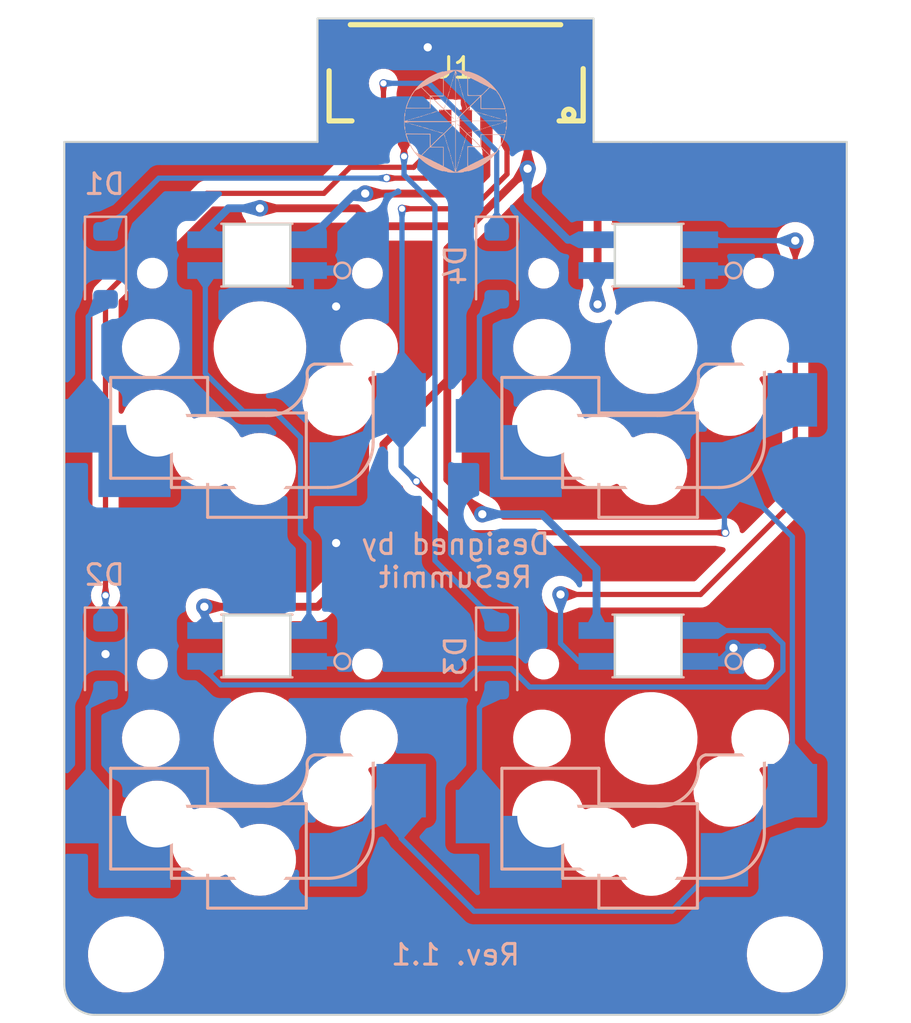
<source format=kicad_pcb>
(kicad_pcb (version 20221018) (generator pcbnew)
  (layers (0 "F.Cu" signal) (31 "B.Cu" signal) (34 "B.Paste" user) (35 "F.Paste" user) (36 "B.SilkS" user "B.Silkscreen") (37 "F.SilkS" user "F.Silkscreen") (38 "B.Mask" user) (39 "F.Mask" user) (44 "Edge.Cuts" user))
  (net 0 "")
  (net 1 "Net-(D1-A)")
  (net 2 "Net-(D2-A)")
  (net 3 "Net-(D3-A)")
  (net 4 "Net-(D4-A)")
  (net 5 "Net-(SW1B-DOUT)")
  (net 6 "GND")
  (net 7 "Net-(SW2B-DOUT)")
  (net 8 "Net-(SW3B-DOUT)")
  (net 9 "/Row1")
  (net 10 "/Row2")
  (net 11 "/Row3")
  (net 12 "/Row4")
  (net 13 "/RGB_In")
  (net 14 "/Col_In")
  (net 15 "/V+")
  (net 16 "/RGB_Out")
  (footprint "Seismos-libs:Hole_M3_3.2mm" (layer "F.Cu") (at 40.5 70.5)
    (fp_text reference "REF**")
    (fp_text value "Hole_M3_3.2mm")
    (pad "" np_thru_hole circle (at 0 0) (size 3.2 3.2) (drill 3.2) (layers "F&B.Cu" "*.Mask"))
  )
  (footprint "Seismos-libs:CONN-SMD_10P-P1.00_SM10B-SRSS-TB-LF-SN" (layer "F.Cu") (at 56.5 26.4 180)
    (fp_text reference "J1" (at 0 -1 180) (layer "F.SilkS"))
    (fp_text value "SM10B-SRSS-TB(LF)(SN)")
    (pad "1" smd rect (at -4.5 -3.886 180) (size 0.6 1.7) (layers "F.Cu" "F.Paste" "F.Mask") (net 16 "/RGB_Out"))
    (pad "2" smd rect (at -3.5 -3.886 180) (size 0.6 1.7) (layers "F.Cu" "F.Paste" "F.Mask") (net 15 "/V+"))
    (pad "3" smd rect (at -2.5 -3.885 180) (size 0.6 1.7) (layers "F.Cu" "F.Paste" "F.Mask") (net 14 "/Col_In"))
    (pad "4" smd rect (at -1.5 -3.885 180) (size 0.6 1.7) (layers "F.Cu" "F.Paste" "F.Mask") (net 13 "/RGB_In"))
    (pad "5" smd rect (at -0.5 -3.885 180) (size 0.6 1.7) (layers "F.Cu" "F.Paste" "F.Mask") (net 6 "GND"))
    (pad "6" smd rect (at 0.5 -3.885 180) (size 0.6 1.7) (layers "F.Cu" "F.Paste" "F.Mask") (net 9 "/Row1"))
    (pad "7" smd rect (at 1.5 -3.885 180) (size 0.6 1.7) (layers "F.Cu" "F.Paste" "F.Mask") (net 10 "/Row2"))
    (pad "8" smd rect (at 2.5 -3.885 180) (size 0.6 1.7) (layers "F.Cu" "F.Paste" "F.Mask") (net 11 "/Row3"))
    (pad "9" smd rect (at 3.5 -3.885 180) (size 0.6 1.7) (layers "F.Cu" "F.Paste" "F.Mask") (net 12 "/Row4"))
    (pad "10" smd rect (at 4.5 -3.885 180) (size 0.6 1.7) (layers "F.Cu" "F.Paste" "F.Mask"))
    (pad "S1" smd rect (at -5.8 -0.01 180) (size 1.2 1.8) (layers "F.Cu" "F.Paste" "F.Mask") (net 6 "GND"))
    (pad "S2" smd rect (at 5.8 -0.01 180) (size 1.2 1.8) (layers "F.Cu" "F.Paste" "F.Mask") (net 6 "GND"))
  )
  (footprint "Seismos-libs:Hole_M3_3.2mm" (layer "F.Cu") (at 72.5 70.5)
    (fp_text reference "REF**")
    (fp_text value "Hole_M3_3.2mm")
    (pad "" np_thru_hole circle (at 0 0) (size 3.2 3.2) (drill 3.2) (layers "F&B.Cu" "*.Mask"))
  )
  (footprint "Diode_SMD:D_SOD-123" (layer "B.Cu") (at 39.5 56 -90)
    (fp_text reference "D2" (at -3.95 0.05 -180) (layer "B.SilkS") (effects (justify mirror)))
    (fp_text value "1N4148W" hide)
    (pad "1" smd roundrect (at -1.65 0 270) (size 0.9 1.2) (layers "B.Cu" "B.Paste" "B.Mask") (net 10 "/Row2"))
    (pad "2" smd roundrect (at 1.65 0 270) (size 0.9 1.2) (layers "B.Cu" "B.Paste" "B.Mask") (net 2 "Net-(D2-A)"))
  )
  (footprint "Diode_SMD:D_SOD-123" (layer "B.Cu") (at 58.5 37 -90)
    (fp_text reference "D4" (at 0 2 -90) (layer "B.SilkS") (effects (justify mirror)))
    (fp_text value "1N4148W" hide)
    (pad "1" smd roundrect (at -1.65 0 270) (size 0.9 1.2) (layers "B.Cu" "B.Paste" "B.Mask") (net 12 "/Row4"))
    (pad "2" smd roundrect (at 1.65 0 270) (size 0.9 1.2) (layers "B.Cu" "B.Paste" "B.Mask") (net 4 "Net-(D4-A)"))
  )
  (footprint "Seismos-libs:Switch_SK6812-E_Diode" (layer "B.Cu") (at 47 60 180)
    (fp_text reference "SW2" (at -0.142 0.388 unlocked) (layer "B.SilkS") (effects (justify mirror)))
    (fp_text value "Switch_SK6812-E_Diode")
    (fp_rect (start 1.762 5.9914) (end -1.478 3.0046) (stroke (width 0.12)) (fill none) (layer "Edge.Cuts"))
    (pad "" np_thru_hole circle (at -5.3 0 180) (size 2.3 2.3) (drill 2.3) (layers "*.Cu" "*.Mask"))
    (pad "" np_thru_hole circle (at -5.22 3.6158 180) (size 1 1) (drill 1) (layers "*.Cu" "*.Mask"))
    (pad "" np_thru_hole circle (at -3.81 -2.54 180) (size 3 3) (drill 3) (layers "*.Cu" "*.Mask"))
    (pad "" np_thru_hole circle (at 0 -5.9 180) (size 3 3) (drill 3) (layers "*.Cu" "*.Mask"))
    (pad "" np_thru_hole circle (at 0 0 180) (size 4 4) (drill 4) (layers "*.Cu" "*.Mask"))
    (pad "" np_thru_hole circle (at 2.54 -5.08 180) (size 3 3) (drill 3) (layers "*.Cu" "*.Mask"))
    (pad "" np_thru_hole circle (at 5 -3.8 180) (size 3 3) (drill 3) (layers "*.Cu" "*.Mask"))
    (pad "" np_thru_hole circle (at 5.22 3.6158 180) (size 1 1) (drill 1) (layers "*.Cu" "*.Mask"))
    (pad "" np_thru_hole circle (at 5.3 0 180) (size 2.3 2.3) (drill 2.3) (layers "*.Cu" "*.Mask"))
    (pad "+1" smd rect (at 2.6519 5.2451 180) (size 1.75 0.8128) (layers "B.Cu" "B.Paste" "B.Mask") (net 15 "/V+"))
    (pad "CHOC1" smd rect (at 8.34 -3.8 180) (size 2.3 2.6) (layers "B.Cu" "B.Paste" "B.Mask") (net 2 "Net-(D2-A)"))
    (pad "CHOC2" smd rect (at -3.56 -5.9 180) (size 2.3 2.6) (layers "B.Cu" "B.Paste" "B.Mask") (net 14 "/Col_In"))
    (pad "DI1" smd rect (at -2.378 5.2451 180) (size 1.75 0.8128) (layers "B.Cu" "B.Paste" "B.Mask") (net 5 "Net-(SW1B-DOUT)"))
    (pad "DO1" smd rect (at 2.6519 3.7465 180) (size 1.75 0.8128) (layers "B.Cu" "B.Paste" "B.Mask") (net 7 "Net-(SW2B-DOUT)"))
    (pad "GND" smd rect (at -2.378 3.7465 180) (size 1.75 0.8128) (layers "B.Cu" "B.Paste" "B.Mask") (net 6 "GND"))
    (pad "MX1" smd rect (at 6.09 -5.515 180) (size 3.5 3.5) (layers "B.Cu" "B.Paste" "B.Mask") (net 2 "Net-(D2-A)"))
    (pad "MX2" smd rect (at -6.86 -2.54 180) (size 2.4 2.6) (layers "B.Cu" "B.Paste" "B.Mask") (net 14 "/Col_In"))
  )
  (footprint "Seismos-libs:Switch_SK6812-E_Diode" (layer "B.Cu") (at 47 41 180)
    (fp_text reference "SW1" (at -0.142 0.388 unlocked) (layer "B.SilkS") (effects (justify mirror)))
    (fp_text value "Switch_SK6812-E_Diode")
    (fp_rect (start 1.762 5.9914) (end -1.478 3.0046) (stroke (width 0.12)) (fill none) (layer "Edge.Cuts"))
    (pad "" np_thru_hole circle (at -5.3 0 180) (size 2.3 2.3) (drill 2.3) (layers "*.Cu" "*.Mask"))
    (pad "" np_thru_hole circle (at -5.22 3.6158 180) (size 1 1) (drill 1) (layers "*.Cu" "*.Mask"))
    (pad "" np_thru_hole circle (at -3.81 -2.54 180) (size 3 3) (drill 3) (layers "*.Cu" "*.Mask"))
    (pad "" np_thru_hole circle (at 0 -5.9 180) (size 3 3) (drill 3) (layers "*.Cu" "*.Mask"))
    (pad "" np_thru_hole circle (at 0 0 180) (size 4 4) (drill 4) (layers "*.Cu" "*.Mask"))
    (pad "" np_thru_hole circle (at 2.54 -5.08 180) (size 3 3) (drill 3) (layers "*.Cu" "*.Mask"))
    (pad "" np_thru_hole circle (at 5 -3.8 180) (size 3 3) (drill 3) (layers "*.Cu" "*.Mask"))
    (pad "" np_thru_hole circle (at 5.22 3.6158 180) (size 1 1) (drill 1) (layers "*.Cu" "*.Mask"))
    (pad "" np_thru_hole circle (at 5.3 0 180) (size 2.3 2.3) (drill 2.3) (layers "*.Cu" "*.Mask"))
    (pad "+1" smd rect (at 2.6519 5.2451 180) (size 1.75 0.8128) (layers "B.Cu" "B.Paste" "B.Mask") (net 15 "/V+"))
    (pad "CHOC1" smd rect (at 8.34 -3.8 180) (size 2.3 2.6) (layers "B.Cu" "B.Paste" "B.Mask") (net 1 "Net-(D1-A)"))
    (pad "CHOC2" smd rect (at -3.56 -5.9 180) (size 2.3 2.6) (layers "B.Cu" "B.Paste" "B.Mask") (net 14 "/Col_In"))
    (pad "DI1" smd rect (at -2.378 5.2451 180) (size 1.75 0.8128) (layers "B.Cu" "B.Paste" "B.Mask") (net 13 "/RGB_In"))
    (pad "DO1" smd rect (at 2.6519 3.7465 180) (size 1.75 0.8128) (layers "B.Cu" "B.Paste" "B.Mask") (net 5 "Net-(SW1B-DOUT)"))
    (pad "GND" smd rect (at -2.378 3.7465 180) (size 1.75 0.8128) (layers "B.Cu" "B.Paste" "B.Mask") (net 6 "GND"))
    (pad "MX1" smd rect (at 6.09 -5.515 180) (size 3.5 3.5) (layers "B.Cu" "B.Paste" "B.Mask") (net 1 "Net-(D1-A)"))
    (pad "MX2" smd rect (at -6.86 -2.54 180) (size 2.4 2.6) (layers "B.Cu" "B.Paste" "B.Mask") (net 14 "/Col_In"))
  )
  (footprint "Seismos-libs:Switch_SK6812-E_Diode" (layer "B.Cu") (at 66 60 180)
    (fp_text reference "SW3" (at -0.142 0.388 unlocked) (layer "B.SilkS") (effects (justify mirror)))
    (fp_text value "Switch_SK6812-E_Diode")
    (fp_rect (start 1.762 5.9914) (end -1.478 3.0046) (stroke (width 0.12)) (fill none) (layer "Edge.Cuts"))
    (pad "" np_thru_hole circle (at -5.3 0 180) (size 2.3 2.3) (drill 2.3) (layers "*.Cu" "*.Mask"))
    (pad "" np_thru_hole circle (at -5.22 3.6158 180) (size 1 1) (drill 1) (layers "*.Cu" "*.Mask"))
    (pad "" np_thru_hole circle (at -3.81 -2.54 180) (size 3 3) (drill 3) (layers "*.Cu" "*.Mask"))
    (pad "" np_thru_hole circle (at 0 -5.9 180) (size 3 3) (drill 3) (layers "*.Cu" "*.Mask"))
    (pad "" np_thru_hole circle (at 0 0 180) (size 4 4) (drill 4) (layers "*.Cu" "*.Mask"))
    (pad "" np_thru_hole circle (at 2.54 -5.08 180) (size 3 3) (drill 3) (layers "*.Cu" "*.Mask"))
    (pad "" np_thru_hole circle (at 5 -3.8 180) (size 3 3) (drill 3) (layers "*.Cu" "*.Mask"))
    (pad "" np_thru_hole circle (at 5.22 3.6158 180) (size 1 1) (drill 1) (layers "*.Cu" "*.Mask"))
    (pad "" np_thru_hole circle (at 5.3 0 180) (size 2.3 2.3) (drill 2.3) (layers "*.Cu" "*.Mask"))
    (pad "+1" smd rect (at 2.6519 5.2451 180) (size 1.75 0.8128) (layers "B.Cu" "B.Paste" "B.Mask") (net 15 "/V+"))
    (pad "CHOC1" smd rect (at 8.34 -3.8 180) (size 2.3 2.6) (layers "B.Cu" "B.Paste" "B.Mask") (net 3 "Net-(D3-A)"))
    (pad "CHOC2" smd rect (at -3.56 -5.9 180) (size 2.3 2.6) (layers "B.Cu" "B.Paste" "B.Mask") (net 14 "/Col_In"))
    (pad "DI1" smd rect (at -2.378 5.2451 180) (size 1.75 0.8128) (layers "B.Cu" "B.Paste" "B.Mask") (net 7 "Net-(SW2B-DOUT)"))
    (pad "DO1" smd rect (at 2.6519 3.7465 180) (size 1.75 0.8128) (layers "B.Cu" "B.Paste" "B.Mask") (net 8 "Net-(SW3B-DOUT)"))
    (pad "GND" smd rect (at -2.378 3.7465 180) (size 1.75 0.8128) (layers "B.Cu" "B.Paste" "B.Mask") (net 6 "GND"))
    (pad "MX1" smd rect (at 6.09 -5.515 180) (size 3.5 3.5) (layers "B.Cu" "B.Paste" "B.Mask") (net 3 "Net-(D3-A)"))
    (pad "MX2" smd rect (at -6.86 -2.54 180) (size 2.4 2.6) (layers "B.Cu" "B.Paste" "B.Mask") (net 14 "/Col_In"))
  )
  (footprint "Diode_SMD:D_SOD-123" (layer "B.Cu") (at 39.5 37 -90)
    (fp_text reference "D1" (at -3.95 0.05 -180) (layer "B.SilkS") (effects (justify mirror)))
    (fp_text value "1N4148W" hide)
    (pad "1" smd roundrect (at -1.65 0 270) (size 0.9 1.2) (layers "B.Cu" "B.Paste" "B.Mask") (net 9 "/Row1"))
    (pad "2" smd roundrect (at 1.65 0 270) (size 0.9 1.2) (layers "B.Cu" "B.Paste" "B.Mask") (net 1 "Net-(D1-A)"))
  )
  (footprint "Seismos-libs:Switch_SK6812-E_Diode" (layer "B.Cu") (at 66 41 180)
    (fp_text reference "SW4" (at -0.142 0.388 unlocked) (layer "B.SilkS") (effects (justify mirror)))
    (fp_text value "Switch_SK6812-E_Diode")
    (fp_rect (start 1.762 5.9914) (end -1.478 3.0046) (stroke (width 0.12)) (fill none) (layer "Edge.Cuts"))
    (pad "" np_thru_hole circle (at -5.3 0 180) (size 2.3 2.3) (drill 2.3) (layers "*.Cu" "*.Mask"))
    (pad "" np_thru_hole circle (at -5.22 3.6158 180) (size 1 1) (drill 1) (layers "*.Cu" "*.Mask"))
    (pad "" np_thru_hole circle (at -3.81 -2.54 180) (size 3 3) (drill 3) (layers "*.Cu" "*.Mask"))
    (pad "" np_thru_hole circle (at 0 -5.9 180) (size 3 3) (drill 3) (layers "*.Cu" "*.Mask"))
    (pad "" np_thru_hole circle (at 0 0 180) (size 4 4) (drill 4) (layers "*.Cu" "*.Mask"))
    (pad "" np_thru_hole circle (at 2.54 -5.08 180) (size 3 3) (drill 3) (layers "*.Cu" "*.Mask"))
    (pad "" np_thru_hole circle (at 5 -3.8 180) (size 3 3) (drill 3) (layers "*.Cu" "*.Mask"))
    (pad "" np_thru_hole circle (at 5.22 3.6158 180) (size 1 1) (drill 1) (layers "*.Cu" "*.Mask"))
    (pad "" np_thru_hole circle (at 5.3 0 180) (size 2.3 2.3) (drill 2.3) (layers "*.Cu" "*.Mask"))
    (pad "+1" smd rect (at 2.6519 5.2451 180) (size 1.75 0.8128) (layers "B.Cu" "B.Paste" "B.Mask") (net 15 "/V+"))
    (pad "CHOC1" smd rect (at 8.34 -3.8 180) (size 2.3 2.6) (layers "B.Cu" "B.Paste" "B.Mask") (net 4 "Net-(D4-A)"))
    (pad "CHOC2" smd rect (at -3.56 -5.9 180) (size 2.3 2.6) (layers "B.Cu" "B.Paste" "B.Mask") (net 14 "/Col_In"))
    (pad "DI1" smd rect (at -2.378 5.2451 180) (size 1.75 0.8128) (layers "B.Cu" "B.Paste" "B.Mask") (net 8 "Net-(SW3B-DOUT)"))
    (pad "DO1" smd rect (at 2.6519 3.7465 180) (size 1.75 0.8128) (layers "B.Cu" "B.Paste" "B.Mask") (net 16 "/RGB_Out"))
    (pad "GND" smd rect (at -2.378 3.7465 180) (size 1.75 0.8128) (layers "B.Cu" "B.Paste" "B.Mask") (net 6 "GND"))
    (pad "MX1" smd rect (at 6.09 -5.515 180) (size 3.5 3.5) (layers "B.Cu" "B.Paste" "B.Mask") (net 4 "Net-(D4-A)"))
    (pad "MX2" smd rect (at -6.86 -2.54 180) (size 2.4 2.6) (layers "B.Cu" "B.Paste" "B.Mask") (net 14 "/Col_In"))
  )
  (footprint "Seismos-libs:ReSummit_Logo" (layer "B.Cu") (at 56.5 30 180)
    (fp_text reference "G***" hide)
    (fp_text value "LOGO" hide)
  )
  (footprint "Diode_SMD:D_SOD-123" (layer "B.Cu") (at 58.5 56 -90)
    (fp_text reference "D3" (at 0 2 -90) (layer "B.SilkS") (effects (justify mirror)))
    (fp_text value "1N4148W" hide)
    (pad "1" smd roundrect (at -1.65 0 270) (size 0.9 1.2) (layers "B.Cu" "B.Paste" "B.Mask") (net 11 "/Row3"))
    (pad "2" smd roundrect (at 1.65 0 270) (size 0.9 1.2) (layers "B.Cu" "B.Paste" "B.Mask") (net 3 "Net-(D3-A)"))
  )
  (gr_line (start 37.5 71.93934) (end 37.5 31) (stroke (width 0.1)) (layer "Edge.Cuts"))
  (gr_line (start 74 73.43934) (end 39 73.43934) (stroke (width 0.1)) (layer "Edge.Cuts"))
  (gr_arc (start 39 73.43934) (mid 37.939326 73.000003) (end 37.5 71.93934) (stroke (width 0.1)) (layer "Edge.Cuts"))
  (gr_line (start 49.8 25) (end 49.8 31) (stroke (width 0.1)) (layer "Edge.Cuts"))
  (gr_line (start 47 31) (end 49.8 31) (stroke (width 0.1)) (layer "Edge.Cuts"))
  (gr_line (start 66 31) (end 63.2 31) (stroke (width 0.1)) (layer "Edge.Cuts"))
  (gr_line (start 47 31) (end 37.5 31) (stroke (width 0.1)) (layer "Edge.Cuts"))
  (gr_line (start 66 31) (end 75.5 31) (stroke (width 0.1)) (layer "Edge.Cuts"))
  (gr_arc (start 75.5 71.93934) (mid 75.060646 72.999974) (end 74 73.43934) (stroke (width 0.1)) (layer "Edge.Cuts"))
  (gr_line (start 75.5 31) (end 75.5 71.93934) (stroke (width 0.1)) (layer "Edge.Cuts"))
  (gr_line (start 63.2 31) (end 63.2 25) (stroke (width 0.1)) (layer "Edge.Cuts"))
  (gr_line (start 49.8 25) (end 63.2 25) (stroke (width 0.1)) (layer "Edge.Cuts"))
  (gr_text "Rev. 1.1" (at 56.5 71.1) (layer "B.SilkS") (effects (font (size 1 1)) (justify bottom mirror)))
  (gr_text "Designed by\nReSummit" (at 56.5 52.75) (layer "B.SilkS") (effects (font (size 1 1)) (justify bottom mirror)))
  (segment (start 38.66 39.49) (end 39.5 38.65) (width 0.254) (layer "B.Cu") (net 1))
  (segment (start 38.66 44.8) (end 38.66 39.49) (width 0.254) (layer "B.Cu") (net 1))
  (segment (start 38.66 58.49) (end 39.5 57.65) (width 0.254) (layer "B.Cu") (net 2))
  (segment (start 38.66 63.8) (end 38.66 58.49) (width 0.254) (layer "B.Cu") (net 2))
  (segment (start 57.66 63.8) (end 57.66 58.49) (width 0.254) (layer "B.Cu") (net 3))
  (segment (start 57.66 58.49) (end 58.5 57.65) (width 0.254) (layer "B.Cu") (net 3))
  (segment (start 57.66 39.49) (end 58.5 38.65) (width 0.254) (layer "B.Cu") (net 4))
  (segment (start 57.66 44.8) (end 57.66 39.49) (width 0.254) (layer "B.Cu") (net 4))
  (segment (start 49.378 50.478) (end 48.9716 50.0716) (width 0.254) (layer "B.Cu") (net 5))
  (segment (start 48.9716 50.0716) (end 48.9716 45.3716) (width 0.254) (layer "B.Cu") (net 5))
  (segment (start 44.3481 42.2481) (end 44.3481 37.2535) (width 0.254) (layer "B.Cu") (net 5))
  (segment (start 48.9716 45.3716) (end 47.7 44.1) (width 0.254) (layer "B.Cu") (net 5))
  (segment (start 49.378 54.7549) (end 49.378 50.478) (width 0.254) (layer "B.Cu") (net 5))
  (segment (start 46.2 44.1) (end 44.3481 42.2481) (width 0.254) (layer "B.Cu") (net 5))
  (segment (start 47.7 44.1) (end 46.2 44.1) (width 0.254) (layer "B.Cu") (net 5))
  (segment (start 51.2 26.4) (end 61.8 26.4) (width 0.381) (layer "F.Cu") (net 6))
  (segment (start 57 28.25) (end 57 30.285) (width 0.381) (layer "F.Cu") (net 6))
  (segment (start 55.15 26.4) (end 57 28.25) (width 0.381) (layer "F.Cu") (net 6))
  (via (at 50.7 39) (size 0.8) (drill 0.4) (layers "F.Cu" "B.Cu") (net 6))
  (via (at 39.5 55.9) (size 0.8) (drill 0.4) (layers "F.Cu" "B.Cu") (net 6))
  (via (at 50.7 50.5) (size 0.8) (drill 0.4) (layers "F.Cu" "B.Cu") (net 6))
  (via (at 70 55.6) (size 0.8) (drill 0.4) (layers "F.Cu" "B.Cu") (net 6))
  (via (at 55.15 26.4) (size 0.8) (drill 0.4) (layers "F.Cu" "B.Cu") (net 6))
  (segment (start 69.3465 56.2535) (end 70 55.6) (width 0.381) (layer "B.Cu") (net 6))
  (segment (start 68.378 56.2535) (end 69.3465 56.2535) (width 0.381) (layer "B.Cu") (net 6))
  (segment (start 57.6 56.6) (end 59.2 56.6) (width 0.254) (layer "B.Cu") (net 7))
  (segment (start 71.7549 54.7549) (end 68.378 54.7549) (width 0.254) (layer "B.Cu") (net 7))
  (segment (start 60.1 57.5) (end 71.6 57.5) (width 0.254) (layer "B.Cu") (net 7))
  (segment (start 45.0882 57.4) (end 56.8 57.4) (width 0.254) (layer "B.Cu") (net 7))
  (segment (start 71.6 57.5) (end 72.4 56.7) (width 0.254) (layer "B.Cu") (net 7))
  (segment (start 56.8 57.4) (end 57.6 56.6) (width 0.254) (layer "B.Cu") (net 7))
  (segment (start 72.4 56.7) (end 72.4 55.4) (width 0.254) (layer "B.Cu") (net 7))
  (segment (start 72.4 55.4) (end 71.7549 54.7549) (width 0.254) (layer "B.Cu") (net 7))
  (segment (start 44.3481 56.2535) (end 44.3481 56.6599) (width 0.254) (layer "B.Cu") (net 7))
  (segment (start 59.2 56.6) (end 60.1 57.5) (width 0.254) (layer "B.Cu") (net 7))
  (segment (start 44.3481 56.6599) (end 45.0882 57.4) (width 0.254) (layer "B.Cu") (net 7))
  (segment (start 68.4 53) (end 61.6 53) (width 0.254) (layer "F.Cu") (net 8))
  (segment (start 73 35.8) (end 73 48.4) (width 0.254) (layer "F.Cu") (net 8))
  (segment (start 73 48.4) (end 68.4 53) (width 0.254) (layer "F.Cu") (net 8))
  (via (at 61.6 53) (size 0.8) (drill 0.4) (layers "F.Cu" "B.Cu") (net 8))
  (via (at 73 35.8) (size 0.8) (drill 0.4) (layers "F.Cu" "B.Cu") (net 8))
  (segment (start 61.6 55.3804) (end 62.4731 56.2535) (width 0.254) (layer "B.Cu") (net 8))
  (segment (start 68.378 35.7549) (end 69.253 35.7549) (width 0.254) (layer "B.Cu") (net 8))
  (segment (start 69.2981 35.8) (end 73 35.8) (width 0.254) (layer "B.Cu") (net 8))
  (segment (start 61.6 53) (end 61.6 55.3804) (width 0.254) (layer "B.Cu") (net 8))
  (segment (start 62.4731 56.2535) (end 63.3481 56.2535) (width 0.254) (layer "B.Cu") (net 8))
  (segment (start 69.253 35.7549) (end 69.2981 35.8) (width 0.254) (layer "B.Cu") (net 8))
  (segment (start 55.089631 32.760369) (end 56 31.85) (width 0.254) (layer "F.Cu") (net 9))
  (segment (start 53.15 32.760369) (end 55.089631 32.760369) (width 0.254) (layer "F.Cu") (net 9))
  (segment (start 56 31.85) (end 56 30.285) (width 0.254) (layer "F.Cu") (net 9))
  (via (at 53.15 32.760369) (size 0.4) (drill 0.3) (layers "F.Cu" "B.Cu") (net 9))
  (segment (start 53.15 32.760369) (end 42.089631 32.760369) (width 0.254) (layer "B.Cu") (net 9))
  (segment (start 42.089631 32.760369) (end 39.5 35.35) (width 0.254) (layer "B.Cu") (net 9))
  (segment (start 54.466131 32.233869) (end 55 31.7) (width 0.254) (layer "F.Cu") (net 10))
  (segment (start 51.373 32.233869) (end 54.466131 32.233869) (width 0.254) (layer "F.Cu") (net 10))
  (segment (start 39.5 53.05) (end 39.5 38.423935) (width 0.254) (layer "F.Cu") (net 10))
  (segment (start 44.423935 33.5) (end 50.106869 33.5) (width 0.254) (layer "F.Cu") (net 10))
  (segment (start 55 31.7) (end 55 30.285) (width 0.254) (layer "F.Cu") (net 10))
  (segment (start 39.5 38.423935) (end 44.423935 33.5) (width 0.254) (layer "F.Cu") (net 10))
  (segment (start 50.106869 33.5) (end 51.373 32.233869) (width 0.254) (layer "F.Cu") (net 10))
  (via (at 39.5 53.05) (size 0.4) (drill 0.3) (layers "F.Cu" "B.Cu") (net 10))
  (segment (start 39.5 54.35) (end 39.5 53.05) (width 0.254) (layer "B.Cu") (net 10))
  (segment (start 54 31.7) (end 54 30.285) (width 0.254) (layer "F.Cu") (net 11))
  (via (at 54 31.7) (size 0.4) (drill 0.3) (layers "F.Cu" "B.Cu") (net 11))
  (segment (start 55.5 34.1) (end 55.5 51.35) (width 0.254) (layer "B.Cu") (net 11))
  (segment (start 55.5 51.35) (end 58.5 54.35) (width 0.254) (layer "B.Cu") (net 11))
  (segment (start 54 31.7) (end 54 32.6) (width 0.254) (layer "B.Cu") (net 11))
  (segment (start 54 32.6) (end 55.5 34.1) (width 0.254) (layer "B.Cu") (net 11))
  (segment (start 53 28.15) (end 53 30.285) (width 0.254) (layer "F.Cu") (net 12))
  (via (at 53 28.15) (size 0.4) (drill 0.3) (layers "F.Cu" "B.Cu") (net 12))
  (segment (start 58.5 31.45) (end 58.5 35.35) (width 0.254) (layer "B.Cu") (net 12))
  (segment (start 55.2 28.15) (end 58.5 31.45) (width 0.254) (layer "B.Cu") (net 12))
  (segment (start 53 28.15) (end 55.2 28.15) (width 0.254) (layer "B.Cu") (net 12))
  (segment (start 57.09 33.51) (end 58 32.6) (width 0.381) (layer "F.Cu") (net 13))
  (segment (start 52.111806 33.51) (end 57.09 33.51) (width 0.381) (layer "F.Cu") (net 13))
  (segment (start 58 32.6) (end 58 30.285) (width 0.381) (layer "F.Cu") (net 13))
  (via (at 52.111806 33.51) (size 0.8) (drill 0.4) (layers "F.Cu" "B.Cu") (net 13))
  (segment (start 52.111806 33.51) (end 51.6229 33.51) (width 0.381) (layer "B.Cu") (net 13))
  (segment (start 51.6229 33.51) (end 49.378 35.7549) (width 0.381) (layer "B.Cu") (net 13))
  (segment (start 53.9 34.25) (end 57.318144 34.25) (width 0.254) (layer "F.Cu") (net 14))
  (segment (start 57.1 50) (end 69.6 50) (width 0.254) (layer "F.Cu") (net 14))
  (segment (start 59 32.568144) (end 59 30.285) (width 0.254) (layer "F.Cu") (net 14))
  (segment (start 57.318144 34.25) (end 59 32.568144) (width 0.254) (layer "F.Cu") (net 14))
  (segment (start 54.6 47.5) (end 57.1 50) (width 0.254) (layer "F.Cu") (net 14))
  (via (at 53.9 34.25) (size 0.4) (drill 0.3) (layers "F.Cu" "B.Cu") (net 14))
  (via (at 54.6 47.5) (size 0.4) (drill 0.3) (layers "F.Cu" "B.Cu") (net 14))
  (via (at 69.6 50) (size 0.4) (drill 0.3) (layers "F.Cu" "B.Cu") (net 14))
  (segment (start 69.6 50) (end 69.56 49.96) (width 0.254) (layer "B.Cu") (net 14))
  (segment (start 53.86 43.54) (end 53.86 43.6) (width 0.254) (layer "B.Cu") (net 14))
  (segment (start 57.4 68.4) (end 53.86 64.86) (width 0.254) (layer "B.Cu") (net 14))
  (segment (start 67 68.4) (end 57.4 68.4) (width 0.254) (layer "B.Cu") (net 14))
  (segment (start 69.56 65.9) (end 69.56 65.84) (width 0.254) (layer "B.Cu") (net 14))
  (segment (start 72.86 43.54) (end 72.86 43.6) (width 0.254) (layer "B.Cu") (net 14))
  (segment (start 50.56 65.9) (end 50.56 65.84) (width 0.254) (layer "B.Cu") (net 14))
  (segment (start 53.9 43.5) (end 53.86 43.54) (width 0.254) (layer "B.Cu") (net 14))
  (segment (start 53.86 43.54) (end 53.86 46.76) (width 0.254) (layer "B.Cu") (net 14))
  (segment (start 69.56 46.9) (end 72.86 50.2) (width 0.254) (layer "B.Cu") (net 14))
  (segment (start 53.86 46.76) (end 54.6 47.5) (width 0.254) (layer "B.Cu") (net 14))
  (segment (start 72.86 50.2) (end 72.86 62.54) (width 0.254) (layer "B.Cu") (net 14))
  (segment (start 72.86 62.54) (end 67 68.4) (width 0.254) (layer "B.Cu") (net 14))
  (segment (start 69.56 65.84) (end 72.86 62.54) (width 0.254) (layer "B.Cu") (net 14))
  (segment (start 69.56 49.96) (end 69.56 46.9) (width 0.254) (layer "B.Cu") (net 14))
  (segment (start 72.86 43.6) (end 69.56 46.9) (width 0.254) (layer "B.Cu") (net 14))
  (segment (start 53.86 43.6) (end 50.56 46.9) (width 0.254) (layer "B.Cu") (net 14))
  (segment (start 53.86 64.86) (end 53.86 62.54) (width 0.254) (layer "B.Cu") (net 14))
  (segment (start 50.56 65.84) (end 53.86 62.54) (width 0.254) (layer "B.Cu") (net 14))
  (segment (start 53.9 34.25) (end 53.9 43.5) (width 0.254) (layer "B.Cu") (net 14))
  (segment (start 53 45.7) (end 56.1 42.6) (width 0.381) (layer "F.Cu") (net 15))
  (segment (start 47 34.2265) (end 51.71037 34.2265) (width 0.381) (layer "F.Cu") (net 15))
  (segment (start 57.2 35.1) (end 60 32.3) (width 0.381) (layer "F.Cu") (net 15))
  (segment (start 53 50.4) (end 53 45.7) (width 0.381) (layer "F.Cu") (net 15))
  (segment (start 49.8 53.6) (end 53 50.4) (width 0.381) (layer "F.Cu") (net 15))
  (segment (start 51.71037 34.2265) (end 52.58387 35.1) (width 0.381) (layer "F.Cu") (net 15))
  (segment (start 44.3 53.6) (end 49.8 53.6) (width 0.381) (layer "F.Cu") (net 15))
  (segment (start 60 30.286) (end 60 32.3) (width 0.381) (layer "F.Cu") (net 15))
  (segment (start 57.2 35.1) (end 56.1 36.2) (width 0.381) (layer "F.Cu") (net 15))
  (segment (start 56.1 36.2) (end 56.1 42.6) (width 0.381) (layer "F.Cu") (net 15))
  (segment (start 52.58387 35.1) (end 57.2 35.1) (width 0.381) (layer "F.Cu") (net 15))
  (segment (start 57.8 49.1) (end 56.1 47.4) (width 0.381) (layer "F.Cu") (net 15))
  (segment (start 56.1 47.4) (end 56.1 42.6) (width 0.381) (layer "F.Cu") (net 15))
  (via (at 60 32.3) (size 0.8) (drill 0.4) (layers "F.Cu" "B.Cu") (net 15))
  (via (at 57.8 49.1) (size 0.8) (drill 0.4) (layers "F.Cu" "B.Cu") (net 15))
  (via (at 47 34.2265) (size 0.8) (drill 0.4) (layers "F.Cu" "B.Cu") (net 15))
  (via (at 44.3 53.6) (size 0.8) (drill 0.4) (layers "F.Cu" "B.Cu") (net 15))
  (segment (start 60 33.8) (end 60 32.3) (width 0.381) (layer "B.Cu") (net 15))
  (segment (start 57.8 49.1) (end 60.7 49.1) (width 0.381) (layer "B.Cu") (net 15))
  (segment (start 44.3481 35.3485) (end 45.4701 34.2265) (width 0.381) (layer "B.Cu") (net 15))
  (segment (start 63.3481 35.7549) (end 61.9549 35.7549) (width 0.381) (layer "B.Cu") (net 15))
  (segment (start 61.9549 35.7549) (end 60 33.8) (width 0.381) (layer "B.Cu") (net 15))
  (segment (start 44.3481 54.0519) (end 44.3481 54.7549) (width 0.381) (layer "B.Cu") (net 15))
  (segment (start 63.3481 51.7481) (end 63.3481 54.7549) (width 0.381) (layer "B.Cu") (net 15))
  (segment (start 44.3 53.6) (end 44.3 54.0038) (width 0.381) (layer "B.Cu") (net 15))
  (segment (start 44.3 54.0038) (end 44.3481 54.0519) (width 0.381) (layer "B.Cu") (net 15))
  (segment (start 45.4701 34.2265) (end 47 34.2265) (width 0.381) (layer "B.Cu") (net 15))
  (segment (start 44.3481 35.7549) (end 44.3481 35.3485) (width 0.381) (layer "B.Cu") (net 15))
  (segment (start 60.7 49.1) (end 63.3481 51.7481) (width 0.381) (layer "B.Cu") (net 15))
  (segment (start 61 31.4) (end 61 30.286) (width 0.381) (layer "F.Cu") (net 16))
  (segment (start 63.4 38.9) (end 63.4 33.8) (width 0.381) (layer "F.Cu") (net 16))
  (segment (start 63.4 33.8) (end 61 31.4) (width 0.381) (layer "F.Cu") (net 16))
  (via (at 63.4 38.9) (size 0.8) (drill 0.4) (layers "F.Cu" "B.Cu") (net 16))
  (segment (start 63.4 38.9) (end 63.4 37.3054) (width 0.381) (layer "B.Cu") (net 16))
  (segment (start 63.4 37.3054) (end 63.3481 37.2535) (width 0.381) (layer "B.Cu") (net 16))
  (zone (net 6) (net_name "GND") (layers "F&B.Cu") (connect_pads (clearance 0.508)) (min_thickness 0.25) (fill yes (thermal_gap 0.5) (thermal_bridge_width 0.5))
    (polygon (pts (xy 37.1 24.9) (xy 37.2 73.7) (xy 76.3 73.7) (xy 76.3 24.1) (xy 55.9 24.4) (xy 45.8 24.7)))
  )
)
</source>
